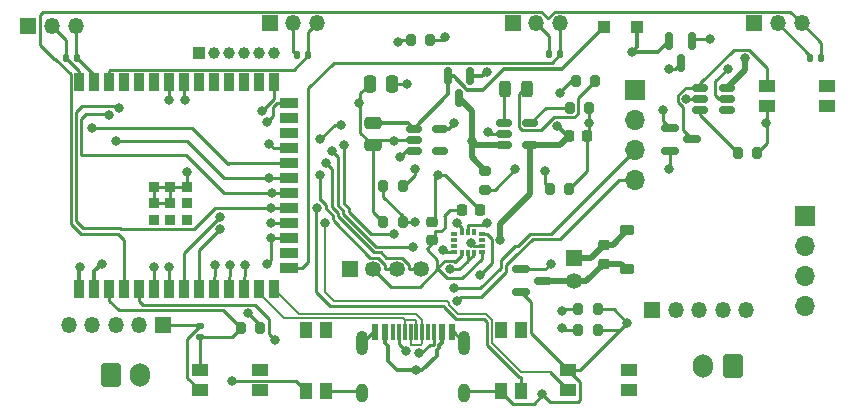
<source format=gbr>
%TF.GenerationSoftware,KiCad,Pcbnew,9.0.1*%
%TF.CreationDate,2025-05-18T13:56:21-05:00*%
%TF.ProjectId,LASK5-V3-0,4c41534b-352d-4563-932d-302e6b696361,rev?*%
%TF.SameCoordinates,Original*%
%TF.FileFunction,Copper,L1,Top*%
%TF.FilePolarity,Positive*%
%FSLAX46Y46*%
G04 Gerber Fmt 4.6, Leading zero omitted, Abs format (unit mm)*
G04 Created by KiCad (PCBNEW 9.0.1) date 2025-05-18 13:56:21*
%MOMM*%
%LPD*%
G01*
G04 APERTURE LIST*
G04 Aperture macros list*
%AMRoundRect*
0 Rectangle with rounded corners*
0 $1 Rounding radius*
0 $2 $3 $4 $5 $6 $7 $8 $9 X,Y pos of 4 corners*
0 Add a 4 corners polygon primitive as box body*
4,1,4,$2,$3,$4,$5,$6,$7,$8,$9,$2,$3,0*
0 Add four circle primitives for the rounded corners*
1,1,$1+$1,$2,$3*
1,1,$1+$1,$4,$5*
1,1,$1+$1,$6,$7*
1,1,$1+$1,$8,$9*
0 Add four rect primitives between the rounded corners*
20,1,$1+$1,$2,$3,$4,$5,0*
20,1,$1+$1,$4,$5,$6,$7,0*
20,1,$1+$1,$6,$7,$8,$9,0*
20,1,$1+$1,$8,$9,$2,$3,0*%
G04 Aperture macros list end*
%TA.AperFunction,ComponentPad*%
%ADD10R,1.000000X1.000000*%
%TD*%
%TA.AperFunction,ComponentPad*%
%ADD11C,1.000000*%
%TD*%
%TA.AperFunction,SMDPad,CuDef*%
%ADD12R,0.600000X0.300000*%
%TD*%
%TA.AperFunction,SMDPad,CuDef*%
%ADD13R,0.300000X0.600000*%
%TD*%
%TA.AperFunction,SMDPad,CuDef*%
%ADD14RoundRect,0.140000X-0.140000X-0.170000X0.140000X-0.170000X0.140000X0.170000X-0.140000X0.170000X0*%
%TD*%
%TA.AperFunction,SMDPad,CuDef*%
%ADD15RoundRect,0.225000X0.250000X-0.225000X0.250000X0.225000X-0.250000X0.225000X-0.250000X-0.225000X0*%
%TD*%
%TA.AperFunction,SMDPad,CuDef*%
%ADD16RoundRect,0.200000X-0.200000X-0.275000X0.200000X-0.275000X0.200000X0.275000X-0.200000X0.275000X0*%
%TD*%
%TA.AperFunction,SMDPad,CuDef*%
%ADD17RoundRect,0.250000X-0.475000X0.250000X-0.475000X-0.250000X0.475000X-0.250000X0.475000X0.250000X0*%
%TD*%
%TA.AperFunction,SMDPad,CuDef*%
%ADD18RoundRect,0.150000X-0.587500X-0.150000X0.587500X-0.150000X0.587500X0.150000X-0.587500X0.150000X0*%
%TD*%
%TA.AperFunction,SMDPad,CuDef*%
%ADD19RoundRect,0.200000X0.200000X0.275000X-0.200000X0.275000X-0.200000X-0.275000X0.200000X-0.275000X0*%
%TD*%
%TA.AperFunction,SMDPad,CuDef*%
%ADD20RoundRect,0.150000X-0.150000X0.587500X-0.150000X-0.587500X0.150000X-0.587500X0.150000X0.587500X0*%
%TD*%
%TA.AperFunction,SMDPad,CuDef*%
%ADD21RoundRect,0.150000X-0.512500X-0.150000X0.512500X-0.150000X0.512500X0.150000X-0.512500X0.150000X0*%
%TD*%
%TA.AperFunction,ComponentPad*%
%ADD22R,1.700000X1.700000*%
%TD*%
%TA.AperFunction,ComponentPad*%
%ADD23O,1.700000X1.700000*%
%TD*%
%TA.AperFunction,SMDPad,CuDef*%
%ADD24R,1.450000X1.000000*%
%TD*%
%TA.AperFunction,ComponentPad*%
%ADD25R,1.350000X1.350000*%
%TD*%
%TA.AperFunction,ComponentPad*%
%ADD26O,1.350000X1.350000*%
%TD*%
%TA.AperFunction,SMDPad,CuDef*%
%ADD27RoundRect,0.225000X0.225000X0.250000X-0.225000X0.250000X-0.225000X-0.250000X0.225000X-0.250000X0*%
%TD*%
%TA.AperFunction,SMDPad,CuDef*%
%ADD28RoundRect,0.140000X-0.170000X0.140000X-0.170000X-0.140000X0.170000X-0.140000X0.170000X0.140000X0*%
%TD*%
%TA.AperFunction,SMDPad,CuDef*%
%ADD29RoundRect,0.250000X-0.300000X-0.300000X0.300000X-0.300000X0.300000X0.300000X-0.300000X0.300000X0*%
%TD*%
%TA.AperFunction,SMDPad,CuDef*%
%ADD30RoundRect,0.200000X-0.275000X0.200000X-0.275000X-0.200000X0.275000X-0.200000X0.275000X0.200000X0*%
%TD*%
%TA.AperFunction,ComponentPad*%
%ADD31RoundRect,0.250000X0.600000X0.750000X-0.600000X0.750000X-0.600000X-0.750000X0.600000X-0.750000X0*%
%TD*%
%TA.AperFunction,ComponentPad*%
%ADD32O,1.700000X2.000000*%
%TD*%
%TA.AperFunction,SMDPad,CuDef*%
%ADD33R,0.812800X1.498600*%
%TD*%
%TA.AperFunction,SMDPad,CuDef*%
%ADD34R,1.498600X0.812800*%
%TD*%
%TA.AperFunction,SMDPad,CuDef*%
%ADD35R,0.889000X0.889000*%
%TD*%
%TA.AperFunction,ComponentPad*%
%ADD36RoundRect,0.250000X-0.600000X-0.750000X0.600000X-0.750000X0.600000X0.750000X-0.600000X0.750000X0*%
%TD*%
%TA.AperFunction,ComponentPad*%
%ADD37C,1.350000*%
%TD*%
%TA.AperFunction,SMDPad,CuDef*%
%ADD38R,1.000000X1.450000*%
%TD*%
%TA.AperFunction,SMDPad,CuDef*%
%ADD39RoundRect,0.243750X-0.243750X-0.456250X0.243750X-0.456250X0.243750X0.456250X-0.243750X0.456250X0*%
%TD*%
%TA.AperFunction,SMDPad,CuDef*%
%ADD40RoundRect,0.225000X-0.375000X0.225000X-0.375000X-0.225000X0.375000X-0.225000X0.375000X0.225000X0*%
%TD*%
%TA.AperFunction,SMDPad,CuDef*%
%ADD41R,0.600000X1.450000*%
%TD*%
%TA.AperFunction,SMDPad,CuDef*%
%ADD42R,0.300000X1.450000*%
%TD*%
%TA.AperFunction,ComponentPad*%
%ADD43O,1.000000X2.100000*%
%TD*%
%TA.AperFunction,ComponentPad*%
%ADD44O,1.000000X1.600000*%
%TD*%
%TA.AperFunction,SMDPad,CuDef*%
%ADD45RoundRect,0.250000X0.250000X0.475000X-0.250000X0.475000X-0.250000X-0.475000X0.250000X-0.475000X0*%
%TD*%
%TA.AperFunction,SMDPad,CuDef*%
%ADD46RoundRect,0.225000X-0.225000X-0.250000X0.225000X-0.250000X0.225000X0.250000X-0.225000X0.250000X0*%
%TD*%
%TA.AperFunction,ViaPad*%
%ADD47C,0.800000*%
%TD*%
%TA.AperFunction,Conductor*%
%ADD48C,0.250000*%
%TD*%
%TA.AperFunction,Conductor*%
%ADD49C,0.350000*%
%TD*%
%TA.AperFunction,Conductor*%
%ADD50C,0.500000*%
%TD*%
%TA.AperFunction,Conductor*%
%ADD51C,0.300000*%
%TD*%
%TA.AperFunction,Conductor*%
%ADD52C,0.200000*%
%TD*%
G04 APERTURE END LIST*
D10*
%TO.P,J6,1,Pin_1*%
%TO.N,+3V3*%
X133690000Y-70700000D03*
D11*
%TO.P,J6,2,Pin_2*%
%TO.N,SPI_MISO*%
X134960000Y-70700000D03*
%TO.P,J6,3,Pin_3*%
%TO.N,SPI_SCK*%
X136230000Y-70700000D03*
%TO.P,J6,4,Pin_4*%
%TO.N,SPI_MOSI*%
X137500000Y-70700000D03*
%TO.P,J6,5,Pin_5*%
%TO.N,CS*%
X138770000Y-70700000D03*
%TO.P,J6,6,Pin_6*%
%TO.N,GND*%
X140040000Y-70700000D03*
%TD*%
D12*
%TO.P,IC1,1,SDO/AD0*%
%TO.N,unconnected-(IC1-SDO{slash}AD0-Pad1)*%
X155350000Y-86000000D03*
%TO.P,IC1,2,RESV1*%
%TO.N,unconnected-(IC1-RESV1-Pad2)*%
X155350000Y-86500000D03*
%TO.P,IC1,3,RESV2*%
%TO.N,unconnected-(IC1-RESV2-Pad3)*%
X155350000Y-87000000D03*
%TO.P,IC1,4,INT1/INT*%
%TO.N,GP33*%
X155350000Y-87500000D03*
D13*
%TO.P,IC1,5,VDDIO*%
%TO.N,+3V3*%
X156000000Y-87650000D03*
%TO.P,IC1,6,GND*%
%TO.N,GND*%
X156500000Y-87650000D03*
%TO.P,IC1,7,RESV_3*%
X157000000Y-87650000D03*
D12*
%TO.P,IC1,8,VDD*%
%TO.N,+3V3*%
X157650000Y-87500000D03*
%TO.P,IC1,9,INT2/FSYNC/CLKIN*%
%TO.N,GP34*%
X157650000Y-87000000D03*
%TO.P,IC1,10,RESV_4*%
%TO.N,unconnected-(IC1-RESV_4-Pad10)*%
X157650000Y-86500000D03*
%TO.P,IC1,11,RESV_5*%
%TO.N,GND*%
X157650000Y-86000000D03*
D13*
%TO.P,IC1,12,AP_CS*%
%TO.N,unconnected-(IC1-AP_CS-Pad12)*%
X157000000Y-85850000D03*
%TO.P,IC1,13,SCL/SCLK*%
%TO.N,SCL*%
X156500000Y-85850000D03*
%TO.P,IC1,14,SDA/SDIO/ASDI*%
%TO.N,SDA*%
X156000000Y-85850000D03*
%TD*%
D14*
%TO.P,C2,1*%
%TO.N,GND*%
X122484000Y-71120000D03*
%TO.P,C2,2*%
%TO.N,hall_0*%
X123444000Y-71120000D03*
%TD*%
D15*
%TO.P,C10,1*%
%TO.N,+3V3*%
X153500000Y-86550000D03*
%TO.P,C10,2*%
%TO.N,GND*%
X153500000Y-85000000D03*
%TD*%
D16*
%TO.P,R4,1*%
%TO.N,Net-(U4-PROG)*%
X165101000Y-75311000D03*
%TO.P,R4,2*%
%TO.N,GND*%
X166751000Y-75311000D03*
%TD*%
D17*
%TO.P,C6,1*%
%TO.N,VIN*%
X148452000Y-76581000D03*
%TO.P,C6,2*%
%TO.N,GND*%
X148452000Y-78481000D03*
%TD*%
D18*
%TO.P,Q1,1,G*%
%TO.N,Net-(Q1-G)*%
X161000000Y-89000000D03*
%TO.P,Q1,2,S*%
%TO.N,GND*%
X161000000Y-90900000D03*
%TO.P,Q1,3,D*%
%TO.N,MotorGND*%
X162875000Y-89950000D03*
%TD*%
D19*
%TO.P,R9,1*%
%TO.N,VBUS*%
X153289000Y-69596000D03*
%TO.P,R9,2*%
%TO.N,GND*%
X151639000Y-69596000D03*
%TD*%
D20*
%TO.P,Q2,1,G*%
%TO.N,VBUS*%
X156713000Y-72644000D03*
%TO.P,Q2,2,S*%
%TO.N,VIN*%
X154813000Y-72644000D03*
%TO.P,Q2,3,D*%
%TO.N,VBAT*%
X155763000Y-74519000D03*
%TD*%
D21*
%TO.P,U4,1,~{CHRG}*%
%TO.N,Net-(D2-K)*%
X159523000Y-76586000D03*
%TO.P,U4,2,GND*%
%TO.N,GND*%
X159523000Y-77536000D03*
%TO.P,U4,3,BAT*%
%TO.N,VBAT*%
X159523000Y-78486000D03*
%TO.P,U4,4,V_{CC}*%
%TO.N,VBUS*%
X161798000Y-78486000D03*
%TO.P,U4,5,PROG*%
%TO.N,Net-(U4-PROG)*%
X161798000Y-76586000D03*
%TD*%
D22*
%TO.P,J1,1,Pin_1*%
%TO.N,GND*%
X170688000Y-73787000D03*
D23*
%TO.P,J1,2,Pin_2*%
%TO.N,+3V3*%
X170688000Y-76327000D03*
%TO.P,J1,3,Pin_3*%
%TO.N,SCL*%
X170688000Y-78867000D03*
%TO.P,J1,4,Pin_4*%
%TO.N,SDA*%
X170688000Y-81407000D03*
%TD*%
D24*
%TO.P,SW_PWR1,1,1*%
%TO.N,GND*%
X181794000Y-75184000D03*
%TO.P,SW_PWR1,2,2*%
%TO.N,Net-(MAX1-In)*%
X181794000Y-73484000D03*
%TO.P,SW_PWR1,3*%
%TO.N,N/C*%
X186944000Y-75184000D03*
%TO.P,SW_PWR1,4*%
X186944000Y-73484000D03*
%TD*%
D25*
%TO.P,H2,1,VCC*%
%TO.N,+3V3*%
X139732000Y-68167600D03*
D26*
%TO.P,H2,2,GND*%
%TO.N,GND*%
X141732000Y-68167600D03*
%TO.P,H2,3,VOUT*%
%TO.N,hall_1*%
X143732000Y-68167600D03*
%TD*%
D27*
%TO.P,C8,1*%
%TO.N,GND*%
X166624000Y-77729000D03*
%TO.P,C8,2*%
%TO.N,VBUS*%
X165074000Y-77729000D03*
%TD*%
D21*
%TO.P,U3,1,IN*%
%TO.N,VIN*%
X151903000Y-77094000D03*
%TO.P,U3,2,GND*%
%TO.N,GND*%
X151903000Y-78044000D03*
%TO.P,U3,3,EN*%
%TO.N,Net-(U3-EN)*%
X151903000Y-78994000D03*
%TO.P,U3,4,NC*%
%TO.N,unconnected-(U3-NC-Pad4)*%
X154178000Y-78994000D03*
%TO.P,U3,5,OUT*%
%TO.N,+3V3*%
X154178000Y-77094000D03*
%TD*%
D16*
%TO.P,R3,1*%
%TO.N,Net-(MAX1-CLEAR)*%
X179325000Y-79121000D03*
%TO.P,R3,2*%
%TO.N,GND*%
X180975000Y-79121000D03*
%TD*%
%TO.P,R2,1*%
%TO.N,Net-(J4-CC1)*%
X165850000Y-94107000D03*
%TO.P,R2,2*%
%TO.N,GND*%
X167500000Y-94107000D03*
%TD*%
%TO.P,R8,1*%
%TO.N,Net-(JP1-A)*%
X163450000Y-82169000D03*
%TO.P,R8,2*%
%TO.N,GND*%
X165100000Y-82169000D03*
%TD*%
D18*
%TO.P,Q3,1,G*%
%TO.N,PWR_OFF*%
X173625000Y-77050000D03*
%TO.P,Q3,2,S*%
%TO.N,GND*%
X173625000Y-78950000D03*
%TO.P,Q3,3,D*%
%TO.N,Net-(MAX1-In)*%
X175500000Y-78000000D03*
%TD*%
D14*
%TO.P,C4,1*%
%TO.N,GND*%
X142042000Y-70866000D03*
%TO.P,C4,2*%
%TO.N,hall_1*%
X143002000Y-70866000D03*
%TD*%
D28*
%TO.P,C5,1*%
%TO.N,GND*%
X133858000Y-93782000D03*
%TO.P,C5,2*%
%TO.N,EN*%
X133858000Y-94742000D03*
%TD*%
D14*
%TO.P,C3,1*%
%TO.N,GND*%
X185476000Y-71120000D03*
%TO.P,C3,2*%
%TO.N,hall_3*%
X186436000Y-71120000D03*
%TD*%
D29*
%TO.P,D1,1,K*%
%TO.N,VIN*%
X168000000Y-68500000D03*
%TO.P,D1,2,A*%
%TO.N,VBUS*%
X170800000Y-68500000D03*
%TD*%
D25*
%TO.P,Joystick1,1,Pin_1*%
%TO.N,GND*%
X172085000Y-92456000D03*
D26*
%TO.P,Joystick1,2,Pin_2*%
%TO.N,+3V3*%
X174085000Y-92456000D03*
%TO.P,Joystick1,3,Pin_3*%
%TO.N,JX*%
X176085000Y-92456000D03*
%TO.P,Joystick1,4,Pin_4*%
%TO.N,JY*%
X178085000Y-92456000D03*
%TO.P,Joystick1,5,Pin_5*%
%TO.N,JSW*%
X180085000Y-92456000D03*
%TD*%
D25*
%TO.P,H4,1,VCC*%
%TO.N,+3V3*%
X180753000Y-68167600D03*
D26*
%TO.P,H4,2,GND*%
%TO.N,GND*%
X182753000Y-68167600D03*
%TO.P,H4,3,VOUT*%
%TO.N,hall_3*%
X184753000Y-68167600D03*
%TD*%
D16*
%TO.P,R1,1*%
%TO.N,Net-(J4-CC2)*%
X165850000Y-92329000D03*
%TO.P,R1,2*%
%TO.N,GND*%
X167500000Y-92329000D03*
%TD*%
D24*
%TO.P,SW_SEL1,1,1*%
%TO.N,SELECT*%
X164973000Y-99187000D03*
%TO.P,SW_SEL1,2,2*%
%TO.N,GND*%
X164973000Y-97487000D03*
%TO.P,SW_SEL1,3*%
%TO.N,N/C*%
X170123000Y-99187000D03*
%TO.P,SW_SEL1,4*%
X170123000Y-97487000D03*
%TD*%
D30*
%TO.P,R7,1*%
%TO.N,VBAT*%
X157988000Y-80645000D03*
%TO.P,R7,2*%
%TO.N,Net-(JP1-A)*%
X157988000Y-82295000D03*
%TD*%
D31*
%TO.P,BattExtLTC4054,1*%
%TO.N,VBAT*%
X178923000Y-97201000D03*
D32*
%TO.P,BattExtLTC4054,2*%
%TO.N,GND*%
X176423000Y-97201000D03*
%TD*%
D33*
%TO.P,U2,1,GND*%
%TO.N,GND*%
X123591000Y-90665000D03*
%TO.P,U2,2,3V3*%
%TO.N,+3V3*%
X124861000Y-90665000D03*
%TO.P,U2,3,EN*%
%TO.N,EN*%
X126131000Y-90665000D03*
%TO.P,U2,4,IO4*%
%TO.N,hall_3*%
X127401000Y-90665000D03*
%TO.P,U2,5,IO5*%
%TO.N,JX*%
X128671000Y-90665000D03*
%TO.P,U2,6,IO6*%
%TO.N,JY*%
X129941000Y-90665000D03*
%TO.P,U2,7,IO7*%
%TO.N,JSW*%
X131211000Y-90665000D03*
%TO.P,U2,8,IO15*%
%TO.N,GP15*%
X132481000Y-90665000D03*
%TO.P,U2,9,IO16*%
%TO.N,GP16*%
X133751000Y-90665000D03*
%TO.P,U2,10,IO17*%
%TO.N,MOT_SIG*%
X135021000Y-90665000D03*
%TO.P,U2,11,IO18*%
%TO.N,ADC_BAT*%
X136291000Y-90665000D03*
%TO.P,U2,12,IO8*%
%TO.N,SDA*%
X137561000Y-90665000D03*
%TO.P,U2,13,IO19*%
%TO.N,D-*%
X138831000Y-90665000D03*
%TO.P,U2,14,IO20*%
%TO.N,D+*%
X140101000Y-90665000D03*
D34*
%TO.P,U2,15,IO3*%
%TO.N,hall_2*%
X141351000Y-88900000D03*
%TO.P,U2,16,IO46*%
%TO.N,unconnected-(U2-IO46-Pad16)*%
X141351000Y-87630000D03*
%TO.P,U2,17,IO9*%
%TO.N,SCL*%
X141351000Y-86360000D03*
%TO.P,U2,18,IO10*%
%TO.N,SELECT*%
X141351000Y-85090000D03*
%TO.P,U2,19,IO11*%
%TO.N,SPI_MISO*%
X141351000Y-83820000D03*
%TO.P,U2,20,IO12*%
%TO.N,SPI_SCK*%
X141351000Y-82550000D03*
%TO.P,U2,21,IO13*%
%TO.N,SPI_MOSI*%
X141351000Y-81280000D03*
%TO.P,U2,22,IO14*%
%TO.N,CS*%
X141351000Y-80010000D03*
%TO.P,U2,23,IO21*%
%TO.N,MENU*%
X141351000Y-78740000D03*
%TO.P,U2,24,IO47*%
%TO.N,unconnected-(U2-IO47-Pad24)*%
X141351000Y-77470000D03*
%TO.P,U2,25,IO48*%
%TO.N,unconnected-(U2-IO48-Pad25)*%
X141351000Y-76200000D03*
%TO.P,U2,26,IO45*%
%TO.N,PWR_OFF*%
X141351000Y-74930000D03*
D33*
%TO.P,U2,27,IO0*%
%TO.N,100*%
X140101000Y-73165000D03*
%TO.P,U2,28,IO35*%
%TO.N,unconnected-(U2-IO35-Pad28)*%
X138831000Y-73165000D03*
%TO.P,U2,29,IO36*%
%TO.N,unconnected-(U2-IO36-Pad29)*%
X137561000Y-73165000D03*
%TO.P,U2,30,IO37*%
%TO.N,unconnected-(U2-IO37-Pad30)*%
X136291000Y-73165000D03*
%TO.P,U2,31,IO38*%
%TO.N,unconnected-(U2-IO38-Pad31)*%
X135021000Y-73165000D03*
%TO.P,U2,32,IO39*%
%TO.N,unconnected-(U2-IO39-Pad32)*%
X133751000Y-73165000D03*
%TO.P,U2,33,IO40*%
%TO.N,GP33*%
X132481000Y-73165000D03*
%TO.P,U2,34,IO41*%
%TO.N,GP34*%
X131211000Y-73165000D03*
%TO.P,U2,35,IO42*%
%TO.N,unconnected-(U2-IO42-Pad35)*%
X129941000Y-73165000D03*
%TO.P,U2,36,RXD0*%
%TO.N,RX*%
X128671000Y-73165000D03*
%TO.P,U2,37,TXD0*%
%TO.N,TX*%
X127401000Y-73165000D03*
%TO.P,U2,38,IO2*%
%TO.N,hall_1*%
X126131000Y-73165000D03*
%TO.P,U2,39,IO1*%
%TO.N,hall_0*%
X124861000Y-73165000D03*
%TO.P,U2,40,GND*%
%TO.N,GND*%
X123591000Y-73165000D03*
D35*
%TO.P,U2,41,GND*%
X131311000Y-83415000D03*
%TO.P,U2,42*%
%TO.N,N/C*%
X129911000Y-84815000D03*
%TO.P,U2,43*%
X131311000Y-84815000D03*
%TO.P,U2,44*%
X132711000Y-84815000D03*
%TO.P,U2,45*%
X132711000Y-83415000D03*
%TO.P,U2,46,GND*%
%TO.N,GND*%
X132711000Y-82015000D03*
%TO.P,U2,47,GND*%
X131311000Y-82015000D03*
%TO.P,U2,48,GND*%
X129911000Y-82015000D03*
%TO.P,U2,49,GND*%
X129911000Y-83415000D03*
%TD*%
D36*
%TO.P,J2,1*%
%TO.N,VBAT*%
X126278000Y-97917000D03*
D32*
%TO.P,J2,2*%
%TO.N,GND*%
X128778000Y-97917000D03*
%TD*%
D25*
%TO.P,J3,1,Pin_1*%
%TO.N,GND*%
X146500000Y-89000000D03*
D37*
%TO.P,J3,2,Pin_2*%
%TO.N,+3V3*%
X148500000Y-89000000D03*
%TO.P,J3,3,Pin_3*%
%TO.N,GP15*%
X150500000Y-89000000D03*
%TO.P,J3,4,Pin_4*%
%TO.N,GP16*%
X152500000Y-89000000D03*
%TD*%
D25*
%TO.P,Joystick2,1,Pin_1*%
%TO.N,GND*%
X130683000Y-93726000D03*
D26*
%TO.P,Joystick2,2,Pin_2*%
%TO.N,+3V3*%
X128683000Y-93726000D03*
%TO.P,Joystick2,3,Pin_3*%
%TO.N,JX*%
X126683000Y-93726000D03*
%TO.P,Joystick2,4,Pin_4*%
%TO.N,JY*%
X124683000Y-93726000D03*
%TO.P,Joystick2,5,Pin_5*%
%TO.N,JSW*%
X122683000Y-93726000D03*
%TD*%
D38*
%TO.P,SW_RST1,1,1*%
%TO.N,GND*%
X144526000Y-99314000D03*
%TO.P,SW_RST1,2,2*%
%TO.N,100*%
X142826000Y-99314000D03*
%TO.P,SW_RST1,3*%
%TO.N,N/C*%
X144526000Y-94164000D03*
%TO.P,SW_RST1,4*%
X142826000Y-94164000D03*
%TD*%
D16*
%TO.P,R10,1*%
%TO.N,Net-(Q1-G)*%
X149350000Y-81915000D03*
%TO.P,R10,2*%
%TO.N,MOT_SIG*%
X151000000Y-81915000D03*
%TD*%
D20*
%TO.P,D3,1*%
%TO.N,LDO_EN*%
X175450000Y-69625000D03*
%TO.P,D3,2*%
%TO.N,VBUS*%
X173550000Y-69625000D03*
%TO.P,D3,3*%
%TO.N,Net-(U3-EN)*%
X174500000Y-71500000D03*
%TD*%
D19*
%TO.P,R6,1*%
%TO.N,+3V3*%
X138937000Y-93980000D03*
%TO.P,R6,2*%
%TO.N,EN*%
X137287000Y-93980000D03*
%TD*%
D39*
%TO.P,D2,1,K*%
%TO.N,Net-(D2-K)*%
X159625000Y-73750000D03*
%TO.P,D2,2,A*%
%TO.N,Net-(D2-A)*%
X161500000Y-73750000D03*
%TD*%
D40*
%TO.P,D4,1,K*%
%TO.N,Batt+*%
X170000000Y-85700000D03*
%TO.P,D4,2,A*%
%TO.N,MotorGND*%
X170000000Y-89000000D03*
%TD*%
D24*
%TO.P,SW_BOOT1,1,1*%
%TO.N,GND*%
X133788000Y-99236000D03*
%TO.P,SW_BOOT1,2,2*%
%TO.N,EN*%
X133788000Y-97536000D03*
%TO.P,SW_BOOT1,3*%
%TO.N,N/C*%
X138938000Y-99236000D03*
%TO.P,SW_BOOT1,4*%
X138938000Y-97536000D03*
%TD*%
D41*
%TO.P,J4,A1,GND*%
%TO.N,GND*%
X148640000Y-94335000D03*
%TO.P,J4,A4,VBUS*%
%TO.N,VBUS*%
X149440000Y-94335000D03*
D42*
%TO.P,J4,A5,CC1*%
%TO.N,Net-(J4-CC1)*%
X150640000Y-94335000D03*
%TO.P,J4,A6,D+*%
%TO.N,D+*%
X151640000Y-94335000D03*
%TO.P,J4,A7,D-*%
%TO.N,D-*%
X152140000Y-94335000D03*
%TO.P,J4,A8,SBU1*%
%TO.N,unconnected-(J4-SBU1-PadA8)*%
X153140000Y-94335000D03*
D41*
%TO.P,J4,A9,VBUS*%
%TO.N,VBUS*%
X154340000Y-94335000D03*
%TO.P,J4,A12,GND*%
%TO.N,GND*%
X155140000Y-94335000D03*
%TO.P,J4,B1,GND*%
X155140000Y-94335000D03*
%TO.P,J4,B4,VBUS*%
%TO.N,VBUS*%
X154340000Y-94335000D03*
D42*
%TO.P,J4,B5,CC2*%
%TO.N,Net-(J4-CC2)*%
X153640000Y-94335000D03*
%TO.P,J4,B6,D+*%
%TO.N,D+*%
X152640000Y-94335000D03*
%TO.P,J4,B7,D-*%
%TO.N,D-*%
X151140000Y-94335000D03*
%TO.P,J4,B8,SBU2*%
%TO.N,unconnected-(J4-SBU2-PadB8)*%
X150140000Y-94335000D03*
D41*
%TO.P,J4,B9,VBUS*%
%TO.N,VBUS*%
X149440000Y-94335000D03*
%TO.P,J4,B12,GND*%
%TO.N,GND*%
X148640000Y-94335000D03*
D43*
%TO.P,J4,S1,SHIELD*%
X147570000Y-95250000D03*
D44*
X147570000Y-99430000D03*
D43*
X156210000Y-95250000D03*
D44*
X156210000Y-99430000D03*
%TD*%
D15*
%TO.P,C9,1*%
%TO.N,MotorGND*%
X168000000Y-88500000D03*
%TO.P,C9,2*%
%TO.N,Batt+*%
X168000000Y-86950000D03*
%TD*%
D16*
%TO.P,R5,1*%
%TO.N,VBUS*%
X165609000Y-73025000D03*
%TO.P,R5,2*%
%TO.N,Net-(D2-A)*%
X167259000Y-73025000D03*
%TD*%
D25*
%TO.P,J5,1,Pin_1*%
%TO.N,Batt+*%
X165500000Y-88000000D03*
D37*
%TO.P,J5,2,Pin_2*%
%TO.N,MotorGND*%
X165500000Y-90000000D03*
%TD*%
D45*
%TO.P,C7,1*%
%TO.N,+3V3*%
X150109000Y-73279000D03*
%TO.P,C7,2*%
%TO.N,GND*%
X148209000Y-73279000D03*
%TD*%
D14*
%TO.P,C1,1*%
%TO.N,GND*%
X163378000Y-70739000D03*
%TO.P,C1,2*%
%TO.N,hall_2*%
X164338000Y-70739000D03*
%TD*%
D46*
%TO.P,C11,1*%
%TO.N,+3V3*%
X156000000Y-84000000D03*
%TO.P,C11,2*%
%TO.N,GND*%
X157550000Y-84000000D03*
%TD*%
D25*
%TO.P,H1,1,VCC*%
%TO.N,+3V3*%
X119285000Y-68398600D03*
D26*
%TO.P,H1,2,GND*%
%TO.N,GND*%
X121285000Y-68398600D03*
%TO.P,H1,3,VOUT*%
%TO.N,hall_0*%
X123285000Y-68398600D03*
%TD*%
D25*
%TO.P,H3,1,VCC*%
%TO.N,+3V3*%
X160306000Y-68167600D03*
D26*
%TO.P,H3,2,GND*%
%TO.N,GND*%
X162306000Y-68167600D03*
%TO.P,H3,3,VOUT*%
%TO.N,hall_2*%
X164306000Y-68167600D03*
%TD*%
D22*
%TO.P,J9,1,Pin_1*%
%TO.N,+3V3*%
X185039000Y-84455000D03*
D23*
%TO.P,J9,2,Pin_2*%
%TO.N,GND*%
X185039000Y-86995000D03*
%TO.P,J9,3,Pin_3*%
%TO.N,SCL*%
X185039000Y-89535000D03*
%TO.P,J9,4,Pin_4*%
%TO.N,SDA*%
X185039000Y-92075000D03*
%TD*%
D21*
%TO.P,MAX1,1,In*%
%TO.N,Net-(MAX1-In)*%
X176160000Y-73599000D03*
%TO.P,MAX1,2,GND*%
%TO.N,GND*%
X176160000Y-74549000D03*
%TO.P,MAX1,3,CLEAR*%
%TO.N,Net-(MAX1-CLEAR)*%
X176160000Y-75499000D03*
%TO.P,MAX1,4,OU*%
%TO.N,unconnected-(MAX1-OU-Pad4)*%
X178435000Y-75499000D03*
%TO.P,MAX1,5,OUT*%
%TO.N,LDO_EN*%
X178435000Y-74549000D03*
%TO.P,MAX1,6,Vcc*%
%TO.N,VBAT*%
X178435000Y-73599000D03*
%TD*%
D38*
%TO.P,SW_M1,1,1*%
%TO.N,MENU*%
X161036000Y-99314000D03*
%TO.P,SW_M1,2,2*%
%TO.N,GND*%
X159336000Y-99314000D03*
%TO.P,SW_M1,3*%
%TO.N,N/C*%
X161036000Y-94164000D03*
%TO.P,SW_M1,4*%
X159336000Y-94164000D03*
%TD*%
D16*
%TO.P,R11,1*%
%TO.N,GND*%
X149350000Y-85000000D03*
%TO.P,R11,2*%
%TO.N,Net-(Q1-G)*%
X151000000Y-85000000D03*
%TD*%
D47*
%TO.N,CS*%
X124687347Y-77012653D03*
%TO.N,SPI_MOSI*%
X126700000Y-78100000D03*
%TO.N,SPI_SCK*%
X126100000Y-75900000D03*
%TO.N,SPI_MISO*%
X127000000Y-75300000D03*
%TO.N,GND*%
X170000000Y-93500000D03*
X166751000Y-76581000D03*
X157500000Y-89500000D03*
X175006000Y-74549000D03*
X147320000Y-74930000D03*
X181737000Y-76581000D03*
X155000000Y-89000000D03*
X162814000Y-99568000D03*
X132715000Y-80772000D03*
X173500000Y-80500000D03*
X150241000Y-78105000D03*
X150622000Y-69723000D03*
X154000000Y-81000000D03*
X158242000Y-77343000D03*
X123698000Y-88773000D03*
%TO.N,+3V3*%
X155321000Y-76581000D03*
X151384000Y-73279000D03*
X137922000Y-92710000D03*
X125500000Y-88500000D03*
%TO.N,SCL*%
X139500000Y-88500000D03*
X158100000Y-85100000D03*
X155321000Y-90551000D03*
X139827000Y-86360000D03*
%TO.N,SDA*%
X137668000Y-88646000D03*
X155565714Y-91687500D03*
X155568905Y-85068905D03*
%TO.N,JX*%
X140208000Y-94996000D03*
%TO.N,JY*%
X129921000Y-88773000D03*
%TO.N,JSW*%
X131191000Y-88773000D03*
%TO.N,GP15*%
X144000000Y-81000000D03*
X135509000Y-84582000D03*
%TO.N,GP16*%
X135509000Y-85598000D03*
X144500000Y-80000000D03*
%TO.N,VBAT*%
X179959000Y-71120000D03*
X156845000Y-78105000D03*
%TO.N,VBUS*%
X152069800Y-97536000D03*
X159258000Y-86487000D03*
X170388000Y-70612000D03*
X154559000Y-69342000D03*
X164084000Y-76835000D03*
X158115000Y-72263000D03*
X164338000Y-74041000D03*
%TO.N,Net-(JP1-A)*%
X160528000Y-80518000D03*
X163068000Y-80645000D03*
%TO.N,LDO_EN*%
X178500000Y-72000000D03*
X177000000Y-69500000D03*
%TO.N,ADC_BAT*%
X136398000Y-88646000D03*
%TO.N,100*%
X139065000Y-75565000D03*
X136525000Y-98425000D03*
%TO.N,Net-(U3-EN)*%
X150749000Y-79502000D03*
X173500000Y-72000000D03*
%TO.N,Net-(Q1-G)*%
X152000000Y-85000000D03*
X163500000Y-88500000D03*
%TO.N,PWR_OFF*%
X139500000Y-76500000D03*
X173000000Y-75500000D03*
%TO.N,GP34*%
X156750000Y-86750000D03*
X131191000Y-74676000D03*
X146000000Y-78500000D03*
X150250000Y-86000000D03*
%TO.N,GP33*%
X132588000Y-74676000D03*
X151875000Y-87125000D03*
X154375000Y-87375000D03*
X145000000Y-79000000D03*
%TO.N,Net-(J4-CC1)*%
X164500000Y-94000000D03*
X151297684Y-95939732D03*
%TO.N,Net-(J4-CC2)*%
X152349200Y-96088200D03*
X164500000Y-92500000D03*
%TO.N,MOT_SIG*%
X135128000Y-88646000D03*
X152000000Y-80500000D03*
%TO.N,MENU*%
X144000000Y-78000000D03*
X145750000Y-76750000D03*
X143764000Y-83820000D03*
X139700000Y-78359000D03*
%TO.N,SELECT*%
X144399000Y-85090000D03*
X139827000Y-85090000D03*
%TO.N,SPI_SCK*%
X139954000Y-82550000D03*
%TO.N,SPI_MOSI*%
X139700000Y-81280000D03*
%TO.N,SPI_MISO*%
X139827000Y-83820000D03*
%TD*%
D48*
%TO.N,CS*%
X136290000Y-80010000D02*
X141351000Y-80010000D01*
X136200000Y-80100000D02*
X136290000Y-80010000D01*
X133112653Y-77012653D02*
X136200000Y-80100000D01*
X124687347Y-77012653D02*
X133112653Y-77012653D01*
%TO.N,SPI_MOSI*%
X135880000Y-81280000D02*
X139700000Y-81280000D01*
X132700000Y-78100000D02*
X135880000Y-81280000D01*
X126700000Y-78100000D02*
X132700000Y-78100000D01*
%TO.N,SPI_SCK*%
X132600000Y-79300000D02*
X135850000Y-82550000D01*
X123761600Y-79300000D02*
X132600000Y-79300000D01*
X135850000Y-82550000D02*
X139954000Y-82550000D01*
X123761600Y-76238400D02*
X123761600Y-79300000D01*
X124126000Y-75874000D02*
X123761600Y-76238400D01*
X126100000Y-75900000D02*
X126074000Y-75874000D01*
X126074000Y-75874000D02*
X124126000Y-75874000D01*
%TO.N,SPI_MISO*%
X135080000Y-83820000D02*
X139827000Y-83820000D01*
X133314500Y-85585500D02*
X135080000Y-83820000D01*
X127117310Y-85585500D02*
X133314500Y-85585500D01*
X123901110Y-85528000D02*
X127059810Y-85528000D01*
X123310600Y-75689400D02*
X123310600Y-84937490D01*
X123826000Y-75174000D02*
X123310600Y-75689400D01*
X126874000Y-75174000D02*
X123826000Y-75174000D01*
X127000000Y-75300000D02*
X126874000Y-75174000D01*
X123310600Y-84937490D02*
X123901110Y-85528000D01*
X127059810Y-85528000D02*
X127117310Y-85585500D01*
%TO.N,hall_2*%
X143002000Y-88392000D02*
X142494000Y-88900000D01*
X163583609Y-71501000D02*
X145122900Y-71501000D01*
X143002000Y-73621900D02*
X143002000Y-88392000D01*
X164306000Y-70707000D02*
X164338000Y-70739000D01*
X164338000Y-70739000D02*
X164338000Y-70746609D01*
X142494000Y-88900000D02*
X141351000Y-88900000D01*
X164338000Y-70746609D02*
X163583609Y-71501000D01*
X164306000Y-68167600D02*
X164306000Y-70707000D01*
X145122900Y-71501000D02*
X143002000Y-73621900D01*
%TO.N,hall_0*%
X123285000Y-70961000D02*
X123444000Y-71120000D01*
X123444000Y-71120000D02*
X124861000Y-72537000D01*
X124861000Y-72537000D02*
X124861000Y-73165000D01*
X123285000Y-68398600D02*
X123285000Y-70961000D01*
%TO.N,hall_3*%
X121468503Y-71167888D02*
X121564279Y-71167888D01*
X163306000Y-67753386D02*
X162720214Y-67167600D01*
X120285000Y-67421000D02*
X120285000Y-69984386D01*
X184753000Y-68167600D02*
X183753000Y-67167600D01*
X122859600Y-72463209D02*
X122859600Y-85124300D01*
X120285000Y-69984386D02*
X121468503Y-71167888D01*
X184753000Y-68167600D02*
X186436000Y-69850600D01*
X122859600Y-85124300D02*
X123714300Y-85979000D01*
X120538400Y-67167600D02*
X120285000Y-67421000D01*
X126873000Y-85979000D02*
X127401000Y-86507000D01*
X162720214Y-67167600D02*
X120538400Y-67167600D01*
X127401000Y-86507000D02*
X127401000Y-90665000D01*
X121564279Y-71167888D02*
X122859600Y-72463209D01*
X186436000Y-69850600D02*
X186436000Y-71120000D01*
X123714300Y-85979000D02*
X126873000Y-85979000D01*
X183753000Y-67167600D02*
X163891786Y-67167600D01*
X163891786Y-67167600D02*
X163306000Y-67753386D01*
%TO.N,hall_1*%
X143002000Y-70866000D02*
X143002000Y-70873609D01*
X126206000Y-72090700D02*
X126131000Y-72165700D01*
X143002000Y-68897600D02*
X143732000Y-68167600D01*
X143002000Y-70866000D02*
X143002000Y-68897600D01*
X143002000Y-70873609D02*
X141784909Y-72090700D01*
X141784909Y-72090700D02*
X126206000Y-72090700D01*
X126131000Y-72165700D02*
X126131000Y-73165000D01*
%TO.N,GND*%
X157550000Y-84000000D02*
X154550000Y-81000000D01*
X159523000Y-77536000D02*
X158435000Y-77536000D01*
X170000000Y-93500000D02*
X169393000Y-94107000D01*
X147402000Y-74848000D02*
X147402000Y-74086000D01*
X164973000Y-97487000D02*
X166023000Y-98537000D01*
X162814000Y-99646000D02*
X162814000Y-99568000D01*
X151639000Y-69596000D02*
X150622000Y-69596000D01*
X132711000Y-82015000D02*
X132715000Y-80772000D01*
X156500000Y-88252000D02*
X155752000Y-89000000D01*
X161862000Y-94376000D02*
X164973000Y-97487000D01*
X131311000Y-83415000D02*
X131311000Y-82015000D01*
X160308000Y-100364000D02*
X162096000Y-100364000D01*
X157000000Y-87752000D02*
X155752000Y-89000000D01*
X123591000Y-72234609D02*
X122484000Y-71127609D01*
X148452000Y-84102000D02*
X148452000Y-78481000D01*
X163378000Y-69239600D02*
X162306000Y-68167600D01*
X166013000Y-97487000D02*
X170000000Y-93500000D01*
X150241000Y-78105000D02*
X150180000Y-78044000D01*
X153725000Y-85000000D02*
X153725000Y-81275000D01*
X129911000Y-82015000D02*
X132711000Y-82015000D01*
X162814000Y-99568000D02*
X162892000Y-99568000D01*
X166023000Y-100042000D02*
X165862000Y-100203000D01*
X167500000Y-92329000D02*
X168829000Y-92329000D01*
X156270000Y-99314000D02*
X156181000Y-99403000D01*
X153725000Y-81275000D02*
X154000000Y-81000000D01*
X157000000Y-87650000D02*
X157000000Y-87752000D01*
X150180000Y-78044000D02*
X148889000Y-78044000D01*
X166751000Y-77602000D02*
X166624000Y-77729000D01*
X150622000Y-69596000D02*
X150622000Y-69596000D01*
X132738000Y-98186000D02*
X133788000Y-99236000D01*
X159336000Y-99314000D02*
X156270000Y-99314000D01*
X129911000Y-83415000D02*
X129911000Y-82015000D01*
X181794000Y-76638000D02*
X181794000Y-78302000D01*
X147402000Y-77431000D02*
X147402000Y-75012000D01*
X133850391Y-93782000D02*
X132738000Y-94894391D01*
X185476000Y-70890600D02*
X182753000Y-68167600D01*
X166751000Y-75311000D02*
X166751000Y-76581000D01*
X150495000Y-69723000D02*
X150495000Y-69723000D01*
X155140000Y-94335000D02*
X155295000Y-94335000D01*
X159336000Y-99392000D02*
X160308000Y-100364000D01*
X123591000Y-73165000D02*
X123591000Y-72234609D01*
X151903000Y-78044000D02*
X150302000Y-78044000D01*
X142042000Y-70866000D02*
X141732000Y-70556000D01*
X150622000Y-69596000D02*
X150622000Y-69723000D01*
X133802000Y-93726000D02*
X133858000Y-93782000D01*
X158435000Y-77536000D02*
X158242000Y-77343000D01*
X163378000Y-70739000D02*
X163378000Y-69239600D01*
X173625000Y-80375000D02*
X173500000Y-80500000D01*
X166023000Y-98537000D02*
X166023000Y-100042000D01*
X155752000Y-89000000D02*
X155000000Y-89000000D01*
X164973000Y-97487000D02*
X166013000Y-97487000D01*
X148485000Y-94335000D02*
X147570000Y-95250000D01*
X166751000Y-76581000D02*
X166751000Y-77602000D01*
X157650000Y-86000000D02*
X158114190Y-86000000D01*
X155295000Y-94335000D02*
X156210000Y-95250000D01*
D49*
X123698000Y-88773000D02*
X123591000Y-88880000D01*
D48*
X148640000Y-94335000D02*
X148485000Y-94335000D01*
X147402000Y-74086000D02*
X148209000Y-73279000D01*
X181794000Y-75184000D02*
X181794000Y-76524000D01*
X176160000Y-74549000D02*
X175006000Y-74549000D01*
X122484000Y-69597600D02*
X121285000Y-68398600D01*
X158506280Y-88493720D02*
X157500000Y-89500000D01*
X130683000Y-93726000D02*
X133802000Y-93726000D01*
X122484000Y-71127609D02*
X122484000Y-71120000D01*
X163449000Y-100203000D02*
X162814000Y-99568000D01*
X166624000Y-80645000D02*
X166624000Y-77729000D01*
X185476000Y-71120000D02*
X185476000Y-70890600D01*
X148452000Y-78481000D02*
X147402000Y-77431000D01*
X144526000Y-99314000D02*
X147442000Y-99314000D01*
X181737000Y-76581000D02*
X181794000Y-76638000D01*
X175006000Y-74549000D02*
X174879000Y-74549000D01*
X133858000Y-93782000D02*
X133850391Y-93782000D01*
X154550000Y-81000000D02*
X154000000Y-81000000D01*
X132715000Y-80772000D02*
X132711000Y-80776000D01*
X169393000Y-94107000D02*
X167500000Y-94107000D01*
X168829000Y-92329000D02*
X170000000Y-93500000D01*
X165100000Y-82169000D02*
X166624000Y-80645000D01*
X150302000Y-78044000D02*
X150241000Y-78105000D01*
X131311000Y-83415000D02*
X129911000Y-83415000D01*
D49*
X123591000Y-88880000D02*
X123591000Y-90665000D01*
D48*
X156500000Y-87650000D02*
X156500000Y-88252000D01*
X148889000Y-78044000D02*
X148452000Y-78481000D01*
X181794000Y-78302000D02*
X180975000Y-79121000D01*
X181794000Y-76524000D02*
X181737000Y-76581000D01*
X165862000Y-100203000D02*
X163449000Y-100203000D01*
X132738000Y-94894391D02*
X132738000Y-98186000D01*
X147442000Y-99314000D02*
X147531000Y-99403000D01*
X158506280Y-86392090D02*
X158506280Y-88493720D01*
X162096000Y-100364000D02*
X162814000Y-99646000D01*
X158114190Y-86000000D02*
X158506280Y-86392090D01*
X159336000Y-99314000D02*
X159336000Y-99392000D01*
X122484000Y-71120000D02*
X122484000Y-69597600D01*
X161862000Y-91762000D02*
X161862000Y-94376000D01*
X147320000Y-74930000D02*
X147402000Y-74848000D01*
X147402000Y-75012000D02*
X147320000Y-74930000D01*
X149350000Y-85000000D02*
X148452000Y-84102000D01*
X173625000Y-78950000D02*
X173625000Y-80375000D01*
X150622000Y-69723000D02*
X150495000Y-69723000D01*
X141732000Y-70556000D02*
X141732000Y-68167600D01*
X161000000Y-90900000D02*
X161862000Y-91762000D01*
D49*
%TO.N,+3V3*%
X124841000Y-89159000D02*
X124841000Y-89535000D01*
D48*
X153725000Y-85776000D02*
X154209466Y-85776000D01*
X155413360Y-88386640D02*
X155300720Y-88274000D01*
X154699280Y-89726000D02*
X154274000Y-89300720D01*
X154274000Y-89300720D02*
X154274000Y-89274000D01*
D49*
X124841000Y-89535000D02*
X124861000Y-89555000D01*
D48*
X154808000Y-77094000D02*
X155321000Y-76581000D01*
X153915628Y-88915628D02*
X153915628Y-88165628D01*
X138937000Y-93980000D02*
X138937000Y-93725000D01*
X152415628Y-90500000D02*
X154000000Y-88915628D01*
X153012500Y-87262500D02*
X153725000Y-86550000D01*
D49*
X125500000Y-88500000D02*
X124841000Y-89159000D01*
D48*
X150109000Y-73279000D02*
X151384000Y-73279000D01*
X156000000Y-87800000D02*
X155413360Y-88386640D01*
X153725000Y-86550000D02*
X153725000Y-85776000D01*
X155000000Y-84000000D02*
X156000000Y-84000000D01*
X148500000Y-89000000D02*
X150000000Y-90500000D01*
X154274000Y-89274000D02*
X153915628Y-88915628D01*
X155300720Y-88274000D02*
X154557256Y-88274000D01*
X156026000Y-89726000D02*
X154699280Y-89726000D01*
X154526000Y-85459466D02*
X154526000Y-84540534D01*
X153915628Y-88165628D02*
X153012500Y-87262500D01*
X138937000Y-93725000D02*
X137922000Y-92710000D01*
X154557256Y-88274000D02*
X153915628Y-88915628D01*
X150000000Y-90500000D02*
X152415628Y-90500000D01*
X137922000Y-92710000D02*
X137795000Y-92583000D01*
X154000000Y-88915628D02*
X153915628Y-88915628D01*
X156000000Y-87650000D02*
X156000000Y-87800000D01*
D49*
X124861000Y-89555000D02*
X124861000Y-90665000D01*
D48*
X154526000Y-84540534D02*
X154492733Y-84507267D01*
X157650000Y-88102000D02*
X156026000Y-89726000D01*
X154209466Y-85776000D02*
X154526000Y-85459466D01*
X154492733Y-84507267D02*
X155000000Y-84000000D01*
X154178000Y-77094000D02*
X154808000Y-77094000D01*
X157650000Y-87500000D02*
X157650000Y-88102000D01*
%TO.N,SCL*%
X160500000Y-87000000D02*
X160777000Y-87000000D01*
X156500000Y-85850000D02*
X156500000Y-85248000D01*
X155118299Y-90602299D02*
X155269701Y-90602299D01*
X155321000Y-90551000D02*
X155372299Y-90602299D01*
X157976000Y-85224000D02*
X158100000Y-85100000D01*
X159279360Y-88436830D02*
X159279360Y-88220640D01*
X156524000Y-85224000D02*
X157976000Y-85224000D01*
X159259000Y-88457190D02*
X159279360Y-88436830D01*
X158100000Y-85100000D02*
X158200000Y-85000000D01*
X160777000Y-87000000D02*
X161798000Y-85979000D01*
X161798000Y-85979000D02*
X163576000Y-85979000D01*
X141351000Y-86360000D02*
X139827000Y-86360000D01*
X156500000Y-85248000D02*
X156524000Y-85224000D01*
X139827000Y-88173000D02*
X139827000Y-86360000D01*
X157507915Y-90602299D02*
X159259000Y-88851214D01*
X163576000Y-85979000D02*
X170688000Y-78867000D01*
X159279360Y-88220640D02*
X160500000Y-87000000D01*
X155269701Y-90602299D02*
X155321000Y-90551000D01*
X159259000Y-88851214D02*
X159259000Y-88457190D01*
X155372299Y-90602299D02*
X157507915Y-90602299D01*
X139500000Y-88500000D02*
X139827000Y-88173000D01*
%TO.N,SDA*%
X155940214Y-91313000D02*
X157607000Y-91313000D01*
X160454000Y-87900000D02*
X160513396Y-87900000D01*
X160513396Y-87900000D02*
X161984396Y-86429000D01*
X161984396Y-86429000D02*
X164269000Y-86429000D01*
X156000000Y-85850000D02*
X156000000Y-85500000D01*
X156000000Y-85500000D02*
X155568905Y-85068905D01*
X137561000Y-90665000D02*
X137668000Y-88646000D01*
X137668000Y-88646000D02*
X137561000Y-88666000D01*
X155565714Y-91687500D02*
X155940214Y-91313000D01*
X159710000Y-88644000D02*
X160454000Y-87900000D01*
X157607000Y-91313000D02*
X159710000Y-89210000D01*
X164269000Y-86429000D02*
X169291000Y-81407000D01*
X159710000Y-89210000D02*
X159710000Y-88644000D01*
X169291000Y-81407000D02*
X170688000Y-81407000D01*
%TO.N,JX*%
X139676000Y-94464000D02*
X139676000Y-93194000D01*
X139662000Y-94450000D02*
X139662000Y-93180000D01*
X139662000Y-93180000D02*
X139319000Y-92837000D01*
X138467000Y-91985000D02*
X128991700Y-91985000D01*
X128671000Y-91664300D02*
X128671000Y-90665000D01*
X140208000Y-94996000D02*
X139676000Y-94464000D01*
X128991700Y-91985000D02*
X128671000Y-91664300D01*
X140208000Y-94996000D02*
X139662000Y-94450000D01*
X139676000Y-93194000D02*
X138467000Y-91985000D01*
X139319000Y-92837000D02*
X139319000Y-92837000D01*
%TO.N,JY*%
X129941000Y-90665000D02*
X129941000Y-88920000D01*
X129921000Y-88773000D02*
X129921000Y-88900000D01*
X129941000Y-88920000D02*
X129921000Y-88773000D01*
%TO.N,JSW*%
X131191000Y-88773000D02*
X131211000Y-88920000D01*
X131211000Y-90665000D02*
X131191000Y-88773000D01*
D50*
%TO.N,MotorGND*%
X168000000Y-88500000D02*
X169500000Y-88500000D01*
X166500000Y-90000000D02*
X168000000Y-88500000D01*
X169500000Y-88500000D02*
X170000000Y-89000000D01*
X162875000Y-89950000D02*
X165450000Y-89950000D01*
X165500000Y-90000000D02*
X166500000Y-90000000D01*
D48*
X165450000Y-89950000D02*
X165500000Y-90000000D01*
%TO.N,GP15*%
X145044000Y-84708280D02*
X145125000Y-84789280D01*
X145125000Y-84789280D02*
X145125000Y-84875000D01*
X148914628Y-87999000D02*
X149501000Y-88585372D01*
X144064720Y-83094000D02*
X144490000Y-83519280D01*
X132461000Y-88773000D02*
X132461000Y-88900000D01*
X144000000Y-83094000D02*
X144064720Y-83094000D01*
X132481000Y-88920000D02*
X132461000Y-88773000D01*
X132481000Y-90665000D02*
X132481000Y-88920000D01*
X145044000Y-84402000D02*
X145044000Y-84708280D01*
X132461000Y-88773000D02*
X132461000Y-87620695D01*
X144490000Y-83848000D02*
X145044000Y-84402000D01*
X135499695Y-84582000D02*
X135509000Y-84582000D01*
X132461000Y-87620695D02*
X135499695Y-84582000D01*
X149501000Y-89000000D02*
X150500000Y-89000000D01*
X145125000Y-84875000D02*
X148249000Y-87999000D01*
X149501000Y-88585372D02*
X149501000Y-89000000D01*
X144490000Y-83519280D02*
X144490000Y-83848000D01*
X148249000Y-87999000D02*
X148914628Y-87999000D01*
X144000000Y-81000000D02*
X144000000Y-83094000D01*
%TO.N,GP16*%
X149101438Y-87548000D02*
X148548000Y-87548000D01*
X151501000Y-89000000D02*
X151501000Y-88585372D01*
X151501000Y-88585372D02*
X150914628Y-87999000D01*
X148548000Y-87548000D02*
X145495000Y-84495000D01*
X149552438Y-87999000D02*
X149101438Y-87548000D01*
X150914628Y-87999000D02*
X149552438Y-87999000D01*
X145000000Y-80500000D02*
X144500000Y-80000000D01*
X145000000Y-83720190D02*
X145000000Y-80500000D01*
X145495000Y-84215190D02*
X145000000Y-83720190D01*
X133751000Y-90665000D02*
X133751000Y-87356000D01*
X145495000Y-84495000D02*
X145495000Y-84215190D01*
X133751000Y-87356000D02*
X135509000Y-85598000D01*
X152500000Y-89000000D02*
X151501000Y-89000000D01*
D50*
%TO.N,VBAT*%
X156845000Y-79502000D02*
X157988000Y-80645000D01*
X157226000Y-78486000D02*
X159523000Y-78486000D01*
X156845000Y-78105000D02*
X157226000Y-78486000D01*
X156845000Y-78105000D02*
X156845000Y-75601000D01*
X179959000Y-72075000D02*
X178435000Y-73599000D01*
X179959000Y-71120000D02*
X179959000Y-72075000D01*
X156845000Y-78105000D02*
X156845000Y-79502000D01*
X156845000Y-75601000D02*
X155763000Y-74519000D01*
D48*
%TO.N,EN*%
X126922700Y-92456000D02*
X135763000Y-92456000D01*
X133788000Y-94812000D02*
X133858000Y-94742000D01*
X126131000Y-90665000D02*
X126131000Y-91664300D01*
X136525000Y-94742000D02*
X137287000Y-93980000D01*
X133858000Y-94742000D02*
X136525000Y-94742000D01*
X133788000Y-97536000D02*
X133788000Y-94812000D01*
X135763000Y-92456000D02*
X137287000Y-93980000D01*
X126131000Y-91664300D02*
X126922700Y-92456000D01*
D49*
%TO.N,VIN*%
X155303749Y-72644000D02*
X156446749Y-73787000D01*
X157783666Y-73787000D02*
X159568666Y-72002000D01*
X151390000Y-76581000D02*
X151903000Y-77094000D01*
X164500000Y-72000000D02*
X159668666Y-72000000D01*
X154813000Y-72644000D02*
X155303749Y-72644000D01*
X148452000Y-76581000D02*
X151390000Y-76581000D01*
X159568666Y-72002000D02*
X159668666Y-72002000D01*
X151903000Y-77094000D02*
X154813000Y-74184000D01*
X154813000Y-74184000D02*
X154813000Y-72644000D01*
X156446749Y-73787000D02*
X157783666Y-73787000D01*
X168000000Y-68500000D02*
X164500000Y-72000000D01*
%TO.N,VBUS*%
X170388000Y-70612000D02*
X172563000Y-70612000D01*
D51*
X150520400Y-97536000D02*
X149700000Y-96715600D01*
D50*
X161798000Y-82603538D02*
X161798000Y-78486000D01*
X164317000Y-78486000D02*
X165074000Y-77729000D01*
D51*
X149700000Y-96715600D02*
X149700000Y-95490051D01*
X154340000Y-95189600D02*
X154090000Y-95439600D01*
D48*
X154559000Y-69469000D02*
X154559000Y-69342000D01*
D51*
X153849521Y-96307327D02*
X152620848Y-97536000D01*
D49*
X170800000Y-68500000D02*
X170800000Y-70200000D01*
X165354000Y-73025000D02*
X164338000Y-74041000D01*
X164978000Y-77729000D02*
X164084000Y-76835000D01*
D50*
X159258000Y-85143538D02*
X161798000Y-82603538D01*
D48*
X154432000Y-69596000D02*
X154559000Y-69469000D01*
D51*
X153849521Y-95859600D02*
X153849521Y-96307327D01*
D48*
X153289000Y-69596000D02*
X154432000Y-69596000D01*
D51*
X154090000Y-95439600D02*
X154090000Y-95619121D01*
D50*
X161798000Y-78486000D02*
X164317000Y-78486000D01*
D51*
X149700000Y-95490051D02*
X149440000Y-95230051D01*
D50*
X159258000Y-86487000D02*
X159258000Y-85143538D01*
D51*
X152069800Y-97536000D02*
X150520400Y-97536000D01*
D49*
X157734000Y-72644000D02*
X158115000Y-72263000D01*
D48*
X154686000Y-69342000D02*
X154686000Y-69342000D01*
D51*
X154340000Y-94335000D02*
X154340000Y-95189600D01*
X152620848Y-97536000D02*
X152069800Y-97536000D01*
D49*
X156713000Y-72644000D02*
X157734000Y-72644000D01*
D51*
X149440000Y-95230051D02*
X149440000Y-94335000D01*
D49*
X170800000Y-70200000D02*
X170388000Y-70612000D01*
D51*
X154090000Y-95619121D02*
X153849521Y-95859600D01*
D49*
X172563000Y-70612000D02*
X173550000Y-69625000D01*
D48*
X165074000Y-77729000D02*
X164978000Y-77729000D01*
X154559000Y-69342000D02*
X154686000Y-69342000D01*
D50*
%TO.N,Batt+*%
X168750000Y-86950000D02*
X170000000Y-85700000D01*
X168000000Y-86950000D02*
X168750000Y-86950000D01*
X166950000Y-88000000D02*
X168000000Y-86950000D01*
X165500000Y-88000000D02*
X166950000Y-88000000D01*
D48*
%TO.N,Net-(JP1-A)*%
X158751000Y-82295000D02*
X157988000Y-82295000D01*
X160528000Y-80518000D02*
X158751000Y-82295000D01*
X163068000Y-81787000D02*
X163450000Y-82169000D01*
X163068000Y-80645000D02*
X163068000Y-81787000D01*
%TO.N,Net-(D2-K)*%
X159523000Y-73552000D02*
X159796000Y-73279000D01*
X159523000Y-76586000D02*
X159523000Y-73552000D01*
%TO.N,Net-(D2-A)*%
X164384305Y-76110000D02*
X163783695Y-76110000D01*
X162682695Y-77211000D02*
X161088749Y-77211000D01*
X165518462Y-76111000D02*
X164385305Y-76111000D01*
X167259000Y-73025000D02*
X165826000Y-74458000D01*
X163783695Y-76110000D02*
X162682695Y-77211000D01*
X160810500Y-76932751D02*
X160810500Y-74139500D01*
X164385305Y-76111000D02*
X164384305Y-76110000D01*
X160810500Y-74139500D02*
X161671000Y-73279000D01*
X165826000Y-75803462D02*
X165518462Y-76111000D01*
X161088749Y-77211000D02*
X160810500Y-76932751D01*
X165826000Y-74458000D02*
X165826000Y-75803462D01*
%TO.N,Net-(MAX1-CLEAR)*%
X179325000Y-79121000D02*
X176160000Y-75956000D01*
X176160000Y-75956000D02*
X176160000Y-75499000D01*
%TO.N,LDO_EN*%
X177772501Y-74549000D02*
X177446500Y-74222999D01*
X177000000Y-69500000D02*
X175575000Y-69500000D01*
X177446500Y-74222999D02*
X177446500Y-73053500D01*
X175575000Y-69500000D02*
X175450000Y-69625000D01*
X177446500Y-73053500D02*
X178500000Y-72000000D01*
X178435000Y-74549000D02*
X177772501Y-74549000D01*
%TO.N,Net-(U4-PROG)*%
X165101000Y-75311000D02*
X163073000Y-75311000D01*
X163073000Y-75311000D02*
X161798000Y-76586000D01*
%TO.N,ADC_BAT*%
X136398000Y-88646000D02*
X136291000Y-88666000D01*
X136291000Y-90665000D02*
X136398000Y-88646000D01*
D52*
%TO.N,D+*%
X152544000Y-95360000D02*
X151690000Y-95360000D01*
X151640000Y-95310000D02*
X151640000Y-94335000D01*
X152084686Y-92739000D02*
X142175000Y-92739000D01*
X152640000Y-94335000D02*
X152640000Y-93294314D01*
X152640000Y-95264000D02*
X152640000Y-94335000D01*
X152640000Y-93294314D02*
X152084686Y-92739000D01*
X142175000Y-92739000D02*
X140101000Y-90665000D01*
X152640000Y-95264000D02*
X152544000Y-95360000D01*
X151690000Y-95360000D02*
X151640000Y-95310000D01*
%TO.N,D-*%
X151140000Y-93360000D02*
X151140000Y-94335000D01*
X152140000Y-93360000D02*
X152090000Y-93310000D01*
X138831000Y-91007900D02*
X140962100Y-93139000D01*
X152140000Y-94335000D02*
X152140000Y-93360000D01*
X151019000Y-93139000D02*
X151190000Y-93310000D01*
X140962100Y-93139000D02*
X151019000Y-93139000D01*
X138831000Y-90322100D02*
X138831000Y-90665000D01*
X138831000Y-90665000D02*
X138831000Y-91007900D01*
X152090000Y-93310000D02*
X151190000Y-93310000D01*
X151190000Y-93310000D02*
X151140000Y-93360000D01*
D48*
%TO.N,100*%
X136539000Y-98411000D02*
X141923000Y-98411000D01*
X140101000Y-74529000D02*
X139065000Y-75565000D01*
X136525000Y-98425000D02*
X136539000Y-98411000D01*
X141923000Y-98411000D02*
X142826000Y-99314000D01*
X140101000Y-73165000D02*
X140101000Y-74529000D01*
%TO.N,Net-(U3-EN)*%
X174500000Y-71500000D02*
X174000000Y-72000000D01*
X151903000Y-78994000D02*
X151257000Y-78994000D01*
X151257000Y-78994000D02*
X150749000Y-79502000D01*
X174000000Y-72000000D02*
X173500000Y-72000000D01*
%TO.N,Net-(MAX1-In)*%
X174280000Y-74248280D02*
X174929280Y-73599000D01*
X174705280Y-75275000D02*
X174280000Y-74849720D01*
X176160000Y-73258695D02*
X179023695Y-70395000D01*
X174280000Y-74849720D02*
X174280000Y-74248280D01*
X179023695Y-70395000D02*
X180259305Y-70395000D01*
X174929280Y-73599000D02*
X176160000Y-73599000D01*
X180259305Y-70395000D02*
X181794000Y-71929695D01*
X176160000Y-73599000D02*
X176160000Y-73258695D01*
X175500000Y-78000000D02*
X174705280Y-77205280D01*
X174705280Y-77205280D02*
X174705280Y-75275000D01*
X181794000Y-71929695D02*
X181794000Y-73484000D01*
%TO.N,Net-(Q1-G)*%
X151000000Y-85000000D02*
X151000000Y-84500000D01*
X149350000Y-82850000D02*
X149350000Y-81915000D01*
X163000000Y-89000000D02*
X163500000Y-88500000D01*
X152000000Y-85000000D02*
X151000000Y-85000000D01*
X151000000Y-84500000D02*
X149350000Y-82850000D01*
X161000000Y-89000000D02*
X163000000Y-89000000D01*
%TO.N,PWR_OFF*%
X173625000Y-77050000D02*
X173000000Y-76425000D01*
X140000000Y-76000000D02*
X139500000Y-76500000D01*
X140351700Y-74930000D02*
X140000000Y-75281700D01*
X140000000Y-75281700D02*
X140000000Y-76000000D01*
X141351000Y-74930000D02*
X140351700Y-74930000D01*
X173000000Y-76425000D02*
X173000000Y-75500000D01*
%TO.N,GP34*%
X146397000Y-84121380D02*
X146397000Y-83841570D01*
X157000000Y-87000000D02*
X156750000Y-86750000D01*
X131211000Y-74656000D02*
X131191000Y-74676000D01*
X131211000Y-73165000D02*
X131211000Y-74656000D01*
X148275620Y-86000000D02*
X146397000Y-84121380D01*
X146397000Y-83841570D02*
X146000000Y-83444570D01*
X146000000Y-83444570D02*
X146000000Y-78500000D01*
X131191000Y-74676000D02*
X131211000Y-74696000D01*
X157650000Y-87000000D02*
X157000000Y-87000000D01*
X150250000Y-86000000D02*
X148275620Y-86000000D01*
X131211000Y-74696000D02*
X131211000Y-74783000D01*
%TO.N,GP33*%
X154500000Y-87500000D02*
X154375000Y-87375000D01*
X145500000Y-83582380D02*
X145500000Y-79500000D01*
X145946000Y-84028380D02*
X145500000Y-83582380D01*
X132461000Y-74676000D02*
X132588000Y-74676000D01*
X154375000Y-87375000D02*
X154250000Y-87250000D01*
X148734810Y-87097000D02*
X145946000Y-84308190D01*
X132588000Y-74676000D02*
X132588000Y-74803000D01*
X149288248Y-87097000D02*
X148734810Y-87097000D01*
X155350000Y-87500000D02*
X154500000Y-87500000D01*
X149316248Y-87125000D02*
X149288248Y-87097000D01*
X145946000Y-84308190D02*
X145946000Y-84028380D01*
X145500000Y-79500000D02*
X145000000Y-79000000D01*
X132481000Y-73165000D02*
X132481000Y-74696000D01*
X132481000Y-74696000D02*
X132461000Y-74676000D01*
X132588000Y-74803000D02*
X132588000Y-74803000D01*
X151875000Y-87125000D02*
X149316248Y-87125000D01*
%TO.N,Net-(J4-CC1)*%
X150640000Y-95282048D02*
X150640000Y-94335000D01*
X164607000Y-94107000D02*
X164500000Y-94000000D01*
X151297684Y-95939732D02*
X150640000Y-95282048D01*
X165850000Y-94107000D02*
X164607000Y-94107000D01*
%TO.N,Net-(J4-CC2)*%
X165850000Y-92329000D02*
X164671000Y-92329000D01*
X164671000Y-92329000D02*
X164500000Y-92500000D01*
X153615000Y-95385000D02*
X153640000Y-95360000D01*
X152349200Y-96088200D02*
X152560400Y-96088200D01*
X152560400Y-96088200D02*
X153263600Y-95385000D01*
X153640000Y-95360000D02*
X153640000Y-94335000D01*
X153263600Y-95385000D02*
X153615000Y-95385000D01*
%TO.N,MOT_SIG*%
X135128000Y-88646000D02*
X135021000Y-88666000D01*
X135021000Y-90665000D02*
X135128000Y-88646000D01*
X152000000Y-81000000D02*
X151085000Y-81915000D01*
X152000000Y-80500000D02*
X152000000Y-81000000D01*
X151085000Y-81915000D02*
X151000000Y-81915000D01*
%TO.N,MENU*%
X154440714Y-92119000D02*
X144824000Y-92119000D01*
X158111000Y-93459440D02*
X157851560Y-93200000D01*
X140081000Y-78740000D02*
X139700000Y-78359000D01*
X157851560Y-93200000D02*
X155487224Y-93200000D01*
X154440714Y-92153490D02*
X154440714Y-92119000D01*
X145250000Y-76750000D02*
X144000000Y-78000000D01*
X155487224Y-93200000D02*
X154440714Y-92153490D01*
X160833960Y-98088000D02*
X158111000Y-95365040D01*
X158111000Y-95365040D02*
X158111000Y-93459440D01*
X161036000Y-99314000D02*
X161036000Y-98088000D01*
X144824000Y-92119000D02*
X143637000Y-90932000D01*
X145750000Y-76750000D02*
X145250000Y-76750000D01*
X143637000Y-90932000D02*
X143637000Y-83947000D01*
X141351000Y-78740000D02*
X140081000Y-78740000D01*
X161036000Y-98088000D02*
X160833960Y-98088000D01*
X143637000Y-83947000D02*
X143764000Y-83820000D01*
D52*
%TO.N,SELECT*%
X145161000Y-91694000D02*
X154711400Y-91694000D01*
X154711400Y-91694000D02*
X154865714Y-91848314D01*
D48*
X141351000Y-85090000D02*
X139827000Y-85090000D01*
D52*
X144399000Y-90932000D02*
X145161000Y-91694000D01*
X158536000Y-93283400D02*
X158536000Y-95189000D01*
X158027600Y-92775000D02*
X158536000Y-93283400D01*
D48*
X164973000Y-99187000D02*
X163449000Y-97663000D01*
D52*
X154865714Y-91848314D02*
X154865714Y-91977450D01*
X161010000Y-97663000D02*
X163449000Y-97663000D01*
X154865714Y-91977450D02*
X155663264Y-92775000D01*
X158536000Y-95189000D02*
X161010000Y-97663000D01*
X144399000Y-85090000D02*
X144399000Y-90932000D01*
X155663264Y-92775000D02*
X158027600Y-92775000D01*
D48*
%TO.N,SPI_SCK*%
X141351000Y-82550000D02*
X139954000Y-82550000D01*
%TO.N,SPI_MOSI*%
X141351000Y-81280000D02*
X139700000Y-81280000D01*
X139700000Y-81280000D02*
X139827000Y-81280000D01*
%TO.N,SPI_MISO*%
X141351000Y-83820000D02*
X139827000Y-83820000D01*
%TD*%
M02*

</source>
